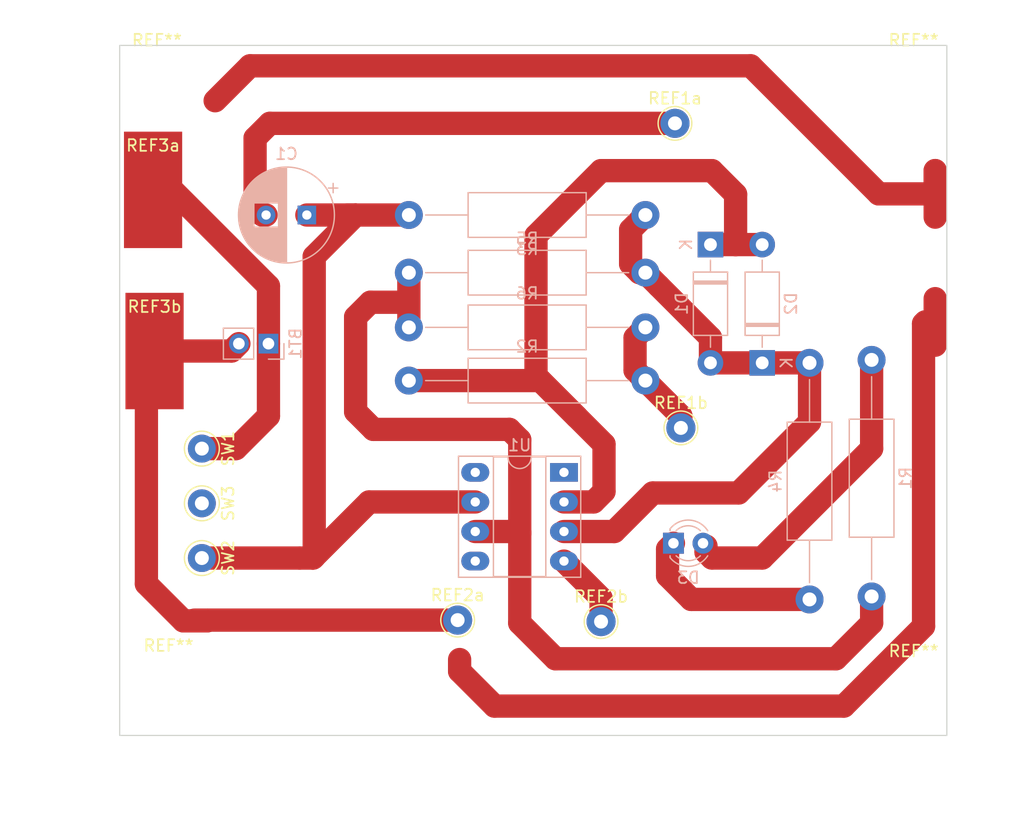
<source format=kicad_pcb>
(kicad_pcb (version 20211014) (generator pcbnew)
  (layers (0 "F.Cu" signal) (31 "B.Cu" signal) (34 "B.Paste" user) (35 "F.Paste" user) (36 "B.SilkS" user "B.Silkscreen") (37 "F.SilkS" user "F.Silkscreen") (38 "B.Mask" user) (39 "F.Mask" user) (44 "Edge.Cuts" user))
  (net 0 "")
  (net 1 "GND")
  (net 2 "Net-(R2-Pad1)")
  (net 3 "Net-(R2-Pad2)")
  (net 4 "Net-(R3-Pad2)")
  (net 5 "Net-(R4-Pad2)")
  (net 6 "Net-(R1-Pad2)")
  (net 7 "Net-(R1-Pad1)")
  (net 11 "Net-(SW1-Pad1)")
  (net 12 "Net-(SW2-Pad1)")
  (footprint "MountingHole:MountingHole_3.2mm_M3" (layer "F.Cu") (at 138 41)
    (fp_text reference "REF**" (at 0 -4.2) (layer "F.SilkS"))
    (fp_text value "MountingHole_3.2mm_M3")
    (pad "" np_thru_hole circle (at 0 0) (size 3.2 3.2) (drill 3.2) (layers F&B.Cu *.Mask))
  )
  (footprint "TestPoint:TestPoint_THTPad_D2.5mm_Drill1.2mm" (layer "F.Cu") (at 163.83 86.614)
    (fp_text reference "REF2a" (at 0 -2.148) (layer "F.SilkS"))
    (fp_text value "TestPoint_THTPad_D2.5mm_Drill1.2mm")
    (fp_circle (center 0 0) (end 0 1.45) (layer "F.SilkS") (width 0.12) (fill none))
    (pad "1" thru_hole circle (at 0 0) (size 2.5 2.5) (drill 1.2) (layers *.Cu *.Mask) (net 1 "GND"))
  )
  (footprint "Connector_Wire:SolderWirePad_1x01_SMD_5x10mm" (layer "F.Cu") (at 137.795 63.5)
    (fp_text reference "REF3b" (at 0 -3.81) (layer "F.SilkS"))
    (fp_text value "SolderWirePad_1x01_SMD_5x10mm")
    (pad "1" smd rect (at 0 0) (size 5 10) (layers "F.Cu" "F.Paste" "F.Mask") (net 1 "GND"))
  )
  (footprint "MountingHole:MountingHole_3.2mm_M3" (layer "F.Cu") (at 139 93)
    (fp_text reference "REF**" (at 0 -4.2) (layer "F.SilkS"))
    (fp_text value "MountingHole_3.2mm_M3")
    (pad "" np_thru_hole circle (at 0 0) (size 3.2 3.2) (drill 3.2) (layers F&B.Cu *.Mask))
  )
  (footprint "TestPoint:TestPoint_THTPad_D2.5mm_Drill1.2mm" (layer "F.Cu") (at 182.499 43.942)
    (fp_text reference "REF1a" (at 0 -2.148) (layer "F.SilkS"))
    (fp_text value "TestPoint_THTPad_D2.5mm_Drill1.2mm")
    (fp_circle (center 0 0) (end 0 1.45) (layer "F.SilkS") (width 0.12) (fill none))
    (pad "1" thru_hole circle (at 0 0) (size 2.5 2.5) (drill 1.2) (layers *.Cu *.Mask) (net 2 "Net-(R2-Pad1)"))
  )
  (footprint "TestPoint:TestPoint_THTPad_D2.5mm_Drill1.2mm" (layer "F.Cu") (at 183.007 70.104)
    (fp_text reference "REF1b" (at 0 -2.148) (layer "F.SilkS"))
    (fp_text value "TestPoint_THTPad_D2.5mm_Drill1.2mm")
    (fp_circle (center 0 0) (end 0 1.45) (layer "F.SilkS") (width 0.12) (fill none))
    (pad "1" thru_hole circle (at 0 0) (size 2.5 2.5) (drill 1.2) (layers *.Cu *.Mask) (net 2 "Net-(R2-Pad1)"))
  )
  (footprint "Connector_Pin:Pin_D1.0mm_L10.0mm_LooseFit" (layer "F.Cu") (at 141.859 76.582 90)
    (fp_text reference "SW3" (at 0 2.25 90) (layer "F.SilkS"))
    (fp_text value "Switch")
    (fp_circle (center 0 0) (end 1.5 0.05) (layer "F.SilkS") (width 0.12) (fill none))
    (pad "1" thru_hole circle (at 0 0 90) (size 2.4 2.4) (drill 1.2) (layers *.Cu *.Mask))
  )
  (footprint "MountingHole:MountingHole_3.2mm_M3" (layer "F.Cu") (at 203 93.472)
    (fp_text reference "REF**" (at 0 -4.2) (layer "F.SilkS"))
    (fp_text value "MountingHole_3.2mm_M3")
    (pad "" np_thru_hole circle (at 0 0) (size 3.2 3.2) (drill 3.2) (layers *.Cu *.Mask))
  )
  (footprint "Connector_Pin:Pin_D1.0mm_L10.0mm_LooseFit" (layer "F.Cu") (at 141.859 71.882 90)
    (fp_text reference "SW1" (at 0 2.25 90) (layer "F.SilkS"))
    (fp_text value "Switch")
    (fp_circle (center 0 0) (end 1.5 0.05) (layer "F.SilkS") (width 0.12) (fill none))
    (pad "1" thru_hole circle (at 0 0 90) (size 2.4 2.4) (drill 1.2) (layers *.Cu *.Mask) (net 11 "Net-(SW1-Pad1)"))
  )
  (footprint "Connector_Wire:SolderWirePad_1x01_SMD_5x10mm" (layer "F.Cu") (at 137.668 49.657)
    (fp_text reference "REF3a" (at 0 -3.81) (layer "F.SilkS"))
    (fp_text value "SolderWirePad_1x01_SMD_5x10mm")
    (pad "1" smd rect (at 0 0) (size 5 10) (layers "F.Cu" "F.Paste" "F.Mask") (net 11 "Net-(SW1-Pad1)"))
  )
  (footprint "Connector_Pin:Pin_D1.0mm_L10.0mm_LooseFit" (layer "F.Cu") (at 141.859 81.282 90)
    (fp_text reference "SW2" (at 0 2.25 90) (layer "F.SilkS"))
    (fp_text value "Switch")
    (fp_circle (center 0 0) (end 1.5 0.05) (layer "F.SilkS") (width 0.12) (fill none))
    (pad "1" thru_hole circle (at 0 0 90) (size 2.4 2.4) (drill 1.2) (layers *.Cu *.Mask) (net 12 "Net-(SW2-Pad1)"))
  )
  (footprint "TestPoint:TestPoint_THTPad_D2.5mm_Drill1.2mm" (layer "F.Cu") (at 176.149 86.741)
    (fp_text reference "REF2b" (at 0 -2.148) (layer "F.SilkS"))
    (fp_text value "TestPoint_THTPad_D2.5mm_Drill1.2mm")
    (fp_circle (center 0 0) (end 0 1.45) (layer "F.SilkS") (width 0.12) (fill none))
    (pad "1" thru_hole circle (at 0 0) (size 2.5 2.5) (drill 1.2) (layers *.Cu *.Mask) (net 1 "GND"))
  )
  (footprint "MountingHole:MountingHole_3.2mm_M3" (layer "F.Cu") (at 203 41)
    (fp_text reference "REF**" (at 0 -4.2) (layer "F.SilkS"))
    (fp_text value "MountingHole_3.2mm_M3")
    (pad "" np_thru_hole circle (at 0 0) (size 3.2 3.2) (drill 3.2) (layers F&B.Cu *.Mask))
  )
  (footprint "Connector_PinHeader_2.54mm:PinHeader_1x02_P2.54mm_Vertical" (layer "B.Cu") (at 147.579 62.865 90)
    (fp_text reference "BT1" (at 0 2.33 90) (layer "B.SilkS") (effects (justify mirror)))
    (fp_text value "Battery_Cell")
    (fp_line (start -1.33 -1.27) (end -1.33 -3.87) (layer "B.SilkS") (width 0.12))
    (fp_line (start -1.33 -1.27) (end 1.33 -1.27) (layer "B.SilkS") (width 0.12))
    (fp_line (start 1.33 -1.27) (end 1.33 -3.87) (layer "B.SilkS") (width 0.12))
    (fp_line (start -1.33 -3.87) (end 1.33 -3.87) (layer "B.SilkS") (width 0.12))
    (fp_line (start -1.33 1.33) (end 0 1.33) (layer "B.SilkS") (width 0.12))
    (fp_line (start -1.33 0) (end -1.33 1.33) (layer "B.SilkS") (width 0.12))
    (pad "1" thru_hole rect (at 0 0 90) (size 1.7 1.7) (drill 1) (layers *.Cu *.Mask) (net 11 "Net-(SW1-Pad1)"))
    (pad "2" thru_hole oval (at 0 -2.54 90) (size 1.7 1.7) (drill 1) (layers *.Cu *.Mask) (net 1 "GND"))
  )
  (footprint "LED_THT:LED_D3.0mm" (layer "B.Cu") (at 182.367 80.01)
    (fp_text reference "D3" (at 1.27 2.96) (layer "B.SilkS") (effects (justify mirror)))
    (fp_text value "LED")
    (fp_line (start -0.29 -1.08) (end -0.29 -1.236) (layer "B.SilkS") (width 0.12))
    (fp_line (start -0.29 1.236) (end -0.29 1.08) (layer "B.SilkS") (width 0.12))
    (fp_arc (start -0.29 -1.235516) (mid 1.366487 -1.987659) (end 2.942335 -1.078608) (layer "B.SilkS") (width 0.12))
    (fp_arc (start 0.229039 -1.08) (mid 1.270117 -1.5) (end 2.31113 -1.079837) (layer "B.SilkS") (width 0.12))
    (fp_arc (start 2.942335 1.078608) (mid 1.366487 1.987659) (end -0.29 1.235516) (layer "B.SilkS") (width 0.12))
    (fp_arc (start 2.31113 1.079837) (mid 1.270117 1.5) (end 0.229039 1.08) (layer "B.SilkS") (width 0.12))
    (pad "1" thru_hole rect (at 0 0) (size 1.8 1.8) (drill 0.9) (layers *.Cu *.Mask) (net 5 "Net-(R4-Pad2)"))
    (pad "2" thru_hole circle (at 2.54 0) (size 1.8 1.8) (drill 0.9) (layers *.Cu *.Mask) (net 6 "Net-(R1-Pad2)"))
  )
  (footprint "Package_DIP:DIP-8_W7.62mm_Socket_LongPads" (layer "B.Cu") (at 172.964 73.924 180)
    (fp_text reference "U1" (at 3.81 2.33) (layer "B.SilkS") (effects (justify mirror)))
    (fp_text value "LM741")
    (fp_line (start 6.06 1.33) (end 4.81 1.33) (layer "B.SilkS") (width 0.12))
    (fp_line (start 1.56 1.33) (end 1.56 -8.95) (layer "B.SilkS") (width 0.12))
    (fp_line (start -1.44 -9.01) (end 9.06 -9.01) (layer "B.SilkS") (width 0.12))
    (fp_line (start 2.81 1.33) (end 1.56 1.33) (layer "B.SilkS") (width 0.12))
    (fp_line (start 9.06 -9.01) (end 9.06 1.39) (layer "B.SilkS") (width 0.12))
    (fp_line (start -1.44 1.39) (end -1.44 -9.01) (layer "B.SilkS") (width 0.12))
    (fp_line (start 6.06 -8.95) (end 6.06 1.33) (layer "B.SilkS") (width 0.12))
    (fp_line (start 9.06 1.39) (end -1.44 1.39) (layer "B.SilkS") (width 0.12))
    (fp_line (start 1.56 -8.95) (end 6.06 -8.95) (layer "B.SilkS") (width 0.12))
    (fp_arc (start 2.81 1.33) (mid 3.81 0.33) (end 4.81 1.33) (layer "B.SilkS") (width 0.12))
    (pad "1" thru_hole rect (at 0 0 180) (size 2.4 1.6) (drill 0.8) (layers *.Cu *.Mask))
    (pad "2" thru_hole oval (at 0 -2.54 180) (size 2.4 1.6) (drill 0.8) (layers *.Cu *.Mask) (net 3 "Net-(R2-Pad2)"))
    (pad "3" thru_hole oval (at 0 -5.08 180) (size 2.4 1.6) (drill 0.8) (layers *.Cu *.Mask) (net 4 "Net-(R3-Pad2)"))
    (pad "4" thru_hole oval (at 0 -7.62 180) (size 2.4 1.6) (drill 0.8) (layers *.Cu *.Mask) (net 1 "GND"))
    (pad "5" thru_hole oval (at 7.62 -7.62 180) (size 2.4 1.6) (drill 0.8) (layers *.Cu *.Mask))
    (pad "6" thru_hole oval (at 7.62 -5.08 180) (size 2.4 1.6) (drill 0.8) (layers *.Cu *.Mask) (net 7 "Net-(R1-Pad1)"))
    (pad "7" thru_hole oval (at 7.62 -2.54 180) (size 2.4 1.6) (drill 0.8) (layers *.Cu *.Mask) (net 12 "Net-(SW2-Pad1)"))
    (pad "8" thru_hole oval (at 7.62 0 180) (size 2.4 1.6) (drill 0.8) (layers *.Cu *.Mask))
  )
  (footprint "Resistor_THT:R_Axial_DIN0411_L9.9mm_D3.6mm_P20.32mm_Horizontal" (layer "B.Cu") (at 179.959 61.468 180)
    (fp_text reference "R6" (at 10.16 2.92) (layer "B.SilkS") (effects (justify mirror)))
    (fp_text value "10k")
    (fp_line (start 5.09 -1.92) (end 15.23 -1.92) (layer "B.SilkS") (width 0.12))
    (fp_line (start 15.23 1.92) (end 5.09 1.92) (layer "B.SilkS") (width 0.12))
    (fp_line (start 1.44 0) (end 5.09 0) (layer "B.SilkS") (width 0.12))
    (fp_line (start 15.23 -1.92) (end 15.23 1.92) (layer "B.SilkS") (width 0.12))
    (fp_line (start 18.88 0) (end 15.23 0) (layer "B.SilkS") (width 0.12))
    (fp_line (start 5.09 1.92) (end 5.09 -1.92) (layer "B.SilkS") (width 0.12))
    (pad "1" thru_hole circle (at 0 0 180) (size 2.4 2.4) (drill 1.2) (layers *.Cu *.Mask) (net 2 "Net-(R2-Pad1)"))
    (pad "2" thru_hole oval (at 20.32 0 180) (size 2.4 2.4) (drill 1.2) (layers *.Cu *.Mask) (net 7 "Net-(R1-Pad1)"))
  )
  (footprint "Resistor_THT:R_Axial_DIN0411_L9.9mm_D3.6mm_P20.32mm_Horizontal" (layer "B.Cu") (at 194.056 64.516 -90)
    (fp_text reference "R4" (at 10.16 2.92 90) (layer "B.SilkS") (effects (justify mirror)))
    (fp_text value "10k")
    (fp_line (start 15.23 -1.92) (end 15.23 1.92) (layer "B.SilkS") (width 0.12))
    (fp_line (start 5.09 1.92) (end 5.09 -1.92) (layer "B.SilkS") (width 0.12))
    (fp_line (start 5.09 -1.92) (end 15.23 -1.92) (layer "B.SilkS") (width 0.12))
    (fp_line (start 18.88 0) (end 15.23 0) (layer "B.SilkS") (width 0.12))
    (fp_line (start 15.23 1.92) (end 5.09 1.92) (layer "B.SilkS") (width 0.12))
    (fp_line (start 1.44 0) (end 5.09 0) (layer "B.SilkS") (width 0.12))
    (pad "1" thru_hole circle (at 0 0 270) (size 2.4 2.4) (drill 1.2) (layers *.Cu *.Mask) (net 4 "Net-(R3-Pad2)"))
    (pad "2" thru_hole oval (at 20.32 0 270) (size 2.4 2.4) (drill 1.2) (layers *.Cu *.Mask) (net 5 "Net-(R4-Pad2)"))
  )
  (footprint "Diode_THT:D_DO-41_SOD81_P10.16mm_Horizontal" (layer "B.Cu") (at 185.547 54.356 -90)
    (fp_text reference "D1" (at 5.08 2.47 90) (layer "B.SilkS") (effects (justify mirror)))
    (fp_text value "1N4007")
    (fp_text user "K" (at 0 2.1 90) (layer "B.SilkS") (effects (justify mirror)))
    (fp_line (start 7.8 -1.47) (end 7.8 1.47) (layer "B.SilkS") (width 0.12))
    (fp_line (start 1.34 0) (end 2.36 0) (layer "B.SilkS") (width 0.12))
    (fp_line (start 2.36 1.47) (end 2.36 -1.47) (layer "B.SilkS") (width 0.12))
    (fp_line (start 3.26 1.47) (end 3.26 -1.47) (layer "B.SilkS") (width 0.12))
    (fp_line (start 8.82 0) (end 7.8 0) (layer "B.SilkS") (width 0.12))
    (fp_line (start 2.36 -1.47) (end 7.8 -1.47) (layer "B.SilkS") (width 0.12))
    (fp_line (start 3.14 1.47) (end 3.14 -1.47) (layer "B.SilkS") (width 0.12))
    (fp_line (start 3.38 1.47) (end 3.38 -1.47) (layer "B.SilkS") (width 0.12))
    (fp_line (start 7.8 1.47) (end 2.36 1.47) (layer "B.SilkS") (width 0.12))
    (pad "1" thru_hole rect (at 0 0 270) (size 2.2 2.2) (drill 1.1) (layers *.Cu *.Mask) (net 3 "Net-(R2-Pad2)"))
    (pad "2" thru_hole oval (at 10.16 0 270) (size 2.2 2.2) (drill 1.1) (layers *.Cu *.Mask) (net 4 "Net-(R3-Pad2)"))
  )
  (footprint "Resistor_THT:R_Axial_DIN0411_L9.9mm_D3.6mm_P20.32mm_Horizontal" (layer "B.Cu") (at 159.639 51.816)
    (fp_text reference "R3" (at 10.16 2.92) (layer "B.SilkS") (effects (justify mirror)))
    (fp_text value "10k")
    (fp_line (start 15.23 -1.92) (end 15.23 1.92) (layer "B.SilkS") (width 0.12))
    (fp_line (start 5.09 1.92) (end 5.09 -1.92) (layer "B.SilkS") (width 0.12))
    (fp_line (start 5.09 -1.92) (end 15.23 -1.92) (layer "B.SilkS") (width 0.12))
    (fp_line (start 18.88 0) (end 15.23 0) (layer "B.SilkS") (width 0.12))
    (fp_line (start 15.23 1.92) (end 5.09 1.92) (layer "B.SilkS") (width 0.12))
    (fp_line (start 1.44 0) (end 5.09 0) (layer "B.SilkS") (width 0.12))
    (pad "1" thru_hole circle (at 0 0) (size 2.4 2.4) (drill 1.2) (layers *.Cu *.Mask) (net 12 "Net-(SW2-Pad1)"))
    (pad "2" thru_hole oval (at 20.32 0) (size 2.4 2.4) (drill 1.2) (layers *.Cu *.Mask) (net 4 "Net-(R3-Pad2)"))
  )
  (footprint "Resistor_THT:R_Axial_DIN0411_L9.9mm_D3.6mm_P20.32mm_Horizontal" (layer "B.Cu") (at 179.959 66.04 180)
    (fp_text reference "R2" (at 10.16 2.92) (layer "B.SilkS") (effects (justify mirror)))
    (fp_text value "10k")
    (fp_line (start 5.09 1.92) (end 5.09 -1.92) (layer "B.SilkS") (width 0.12))
    (fp_line (start 18.88 0) (end 15.23 0) (layer "B.SilkS") (width 0.12))
    (fp_line (start 15.23 -1.92) (end 15.23 1.92) (layer "B.SilkS") (width 0.12))
    (fp_line (start 1.44 0) (end 5.09 0) (layer "B.SilkS") (width 0.12))
    (fp_line (start 15.23 1.92) (end 5.09 1.92) (layer "B.SilkS") (width 0.12))
    (fp_line (start 5.09 -1.92) (end 15.23 -1.92) (layer "B.SilkS") (width 0.12))
    (pad "1" thru_hole circle (at 0 0 180) (size 2.4 2.4) (drill 1.2) (layers *.Cu *.Mask) (net 2 "Net-(R2-Pad1)"))
    (pad "2" thru_hole oval (at 20.32 0 180) (size 2.4 2.4) (drill 1.2) (layers *.Cu *.Mask) (net 3 "Net-(R2-Pad2)"))
  )
  (footprint "Diode_THT:D_DO-41_SOD81_P10.16mm_Horizontal" (layer "B.Cu") (at 189.992 64.516 90)
    (fp_text reference "D2" (at 5.08 2.47 90) (layer "B.SilkS") (effects (justify mirror)))
    (fp_text value "1N4007")
    (fp_text user "K" (at 0 2.1 90) (layer "B.SilkS") (effects (justify mirror)))
    (fp_line (start 3.38 1.47) (end 3.38 -1.47) (layer "B.SilkS") (width 0.12))
    (fp_line (start 3.14 1.47) (end 3.14 -1.47) (layer "B.SilkS") (width 0.12))
    (fp_line (start 3.26 1.47) (end 3.26 -1.47) (layer "B.SilkS") (width 0.12))
    (fp_line (start 7.8 1.47) (end 2.36 1.47) (layer "B.SilkS") (width 0.12))
    (fp_line (start 8.82 0) (end 7.8 0) (layer "B.SilkS") (width 0.12))
    (fp_line (start 2.36 -1.47) (end 7.8 -1.47) (layer "B.SilkS") (width 0.12))
    (fp_line (start 1.34 0) (end 2.36 0) (layer "B.SilkS") (width 0.12))
    (fp_line (start 7.8 -1.47) (end 7.8 1.47) (layer "B.SilkS") (width 0.12))
    (fp_line (start 2.36 1.47) (end 2.36 -1.47) (layer "B.SilkS") (width 0.12))
    (pad "1" thru_hole rect (at 0 0 90) (size 2.2 2.2) (drill 1.1) (layers *.Cu *.Mask) (net 4 "Net-(R3-Pad2)"))
    (pad "2" thru_hole oval (at 10.16 0 90) (size 2.2 2.2) (drill 1.1) (layers *.Cu *.Mask) (net 3 "Net-(R2-Pad2)"))
  )
  (footprint "Resistor_THT:R_Axial_DIN0411_L9.9mm_D3.6mm_P20.32mm_Horizontal" (layer "B.Cu") (at 199.39 84.582 90)
    (fp_text reference "R1" (at 10.16 2.92 90) (layer "B.SilkS") (effects (justify mirror)))
    (fp_text value "1k")
    (fp_line (start 5.09 -1.92) (end 15.23 -1.92) (layer "B.SilkS") (width 0.12))
    (fp_line (start 1.44 0) (end 5.09 0) (layer "B.SilkS") (width 0.12))
    (fp_line (start 15.23 1.92) (end 5.09 1.92) (layer "B.SilkS") (width 0.12))
    (fp_line (start 18.88 0) (end 15.23 0) (layer "B.SilkS") (width 0.12))
    (fp_line (start 5.09 1.92) (end 5.09 -1.92) (layer "B.SilkS") (width 0.12))
    (fp_line (start 15.23 -1.92) (end 15.23 1.92) (layer "B.SilkS") (width 0.12))
    (pad "1" thru_hole circle (at 0 0 90) (size 2.4 2.4) (drill 1.2) (layers *.Cu *.Mask) (net 7 "Net-(R1-Pad1)"))
    (pad "2" thru_hole oval (at 20.32 0 90) (size 2.4 2.4) (drill 1.2) (layers *.Cu *.Mask) (net 6 "Net-(R1-Pad2)"))
  )
  (footprint "Capacitor_THT:CP_Radial_D8.0mm_P3.50mm" (layer "B.Cu") (at 150.876 51.816 180)
    (fp_text reference "C1" (at 1.75 5.25) (layer "B.SilkS") (effects (justify mirror)))
    (fp_text value "C")
    (fp_line (start 3.751 -1.04) (end 3.751 -3.562) (layer "B.SilkS") (width 0.12))
    (fp_line (start 4.271 -1.04) (end 4.271 -3.22) (layer "B.SilkS") (width 0.12))
    (fp_line (start 3.671 -1.04) (end 3.671 -3.606) (layer "B.SilkS") (width 0.12))
    (fp_line (start 2.991 3.889) (end 2.991 1.04) (layer "B.SilkS") (width 0.12))
    (fp_line (start 5.831 0.533) (end 5.831 -0.533) (layer "B.SilkS") (width 0.12))
    (fp_line (start 3.471 -1.04) (end 3.471 -3.704) (layer "B.SilkS") (width 0.12))
    (fp_line (start 4.311 3.189) (end 4.311 1.04) (layer "B.SilkS") (width 0.12))
    (fp_line (start 4.151 3.309) (end 4.151 1.04) (layer "B.SilkS") (width 0.12))
    (fp_line (start 1.75 4.08) (end 1.75 -4.08) (layer "B.SilkS") (width 0.12))
    (fp_line (start 4.911 2.604) (end 4.911 -2.604) (layer "B.SilkS") (width 0.12))
    (fp_line (start 2.471 4.017) (end 2.471 1.04) (layer "B.SilkS") (width 0.12))
    (fp_line (start 4.351 3.156) (end 4.351 1.04) (layer "B.SilkS") (width 0.12))
    (fp_line (start 2.871 3.925) (end 2.871 1.04) (layer "B.SilkS") (width 0.12))
    (fp_line (start 2.631 -1.04) (end 2.631 -3.985) (layer "B.SilkS") (width 0.12))
    (fp_line (start 3.671 3.606) (end 3.671 1.04) (layer "B.SilkS") (width 0.12))
    (fp_line (start 4.071 3.365) (end 4.071 1.04) (layer "B.SilkS") (width 0.12))
    (fp_line (start 2.911 3.914) (end 2.911 1.04) (layer "B.SilkS") (width 0.12))
    (fp_line (start 3.471 3.704) (end 3.471 1.04) (layer "B.SilkS") (width 0.12))
    (fp_line (start 2.511 4.01) (end 2.511 1.04) (layer "B.SilkS") (width 0.12))
    (fp_line (start 4.191 -1.04) (end 4.191 -3.28) (layer "B.SilkS") (width 0.12))
    (fp_line (start 3.711 -1.04) (end 3.711 -3.584) (layer "B.SilkS") (width 0.12))
    (fp_line (start 2.43 4.024) (end 2.43 -4.024) (layer "B.SilkS") (width 0.12))
    (fp_line (start 4.671 2.867) (end 4.671 -2.867) (layer "B.SilkS") (width 0.12))
    (fp_line (start 5.071 2.4) (end 5.071 -2.4) (layer "B.SilkS") (width 0.12))
    (fp_line (start 5.431 1.813) (end 5.431 -1.813) (layer "B.SilkS") (width 0.12))
    (fp_line (start 5.471 1.731) (end 5.471 -1.731) (layer "B.SilkS") (width 0.12))
    (fp_line (start 5.591 1.453) (end 5.591 -1.453) (layer "B.SilkS") (width 0.12))
    (fp_line (start 4.471 -1.04) (end 4.471 -3.055) (layer "B.SilkS") (width 0.12))
    (fp_line (start 2.35 4.037) (end 2.35 -4.037) (layer "B.SilkS") (width 0.12))
    (fp_line (start 2.631 3.985) (end 2.631 1.04) (layer "B.SilkS") (width 0.12))
    (fp_line (start 3.191 -1.04) (end 3.191 -3.821) (layer "B.SilkS") (width 0.12))
    (fp_line (start 3.031 -1.04) (end 3.031 -3.877) (layer "B.SilkS") (width 0.12))
    (fp_line (start 4.511 3.019) (end 4.511 1.04) (layer "B.SilkS") (width 0.12))
    (fp_line (start 3.231 -1.04) (end 3.231 -3.805) (layer "B.SilkS") (width 0.12))
    (fp_line (start 2.911 -1.04) (end 2.911 -3.914) (layer "B.SilkS") (width 0.12))
    (fp_line (start 4.751 2.784) (end 4.751 -2.784) (layer "B.SilkS") (width 0.12))
    (fp_line (start 5.751 0.948) (end 5.751 -0.948) (layer "B.SilkS") (width 0.12))
    (fp_line (start 3.151 3.835) (end 3.151 1.04) (layer "B.SilkS") (width 0.12))
    (fp_line (start 5.031 2.454) (end 5.031 -2.454) (layer "B.SilkS") (width 0.12))
    (fp_line (start 4.111 -1.04) (end 4.111 -3.338) (layer "B.SilkS") (width 0.12))
    (fp_line (start 4.031 -1.04) (end 4.031 -3.392) (layer "B.SilkS") (width 0.12))
    (fp_line (start 3.031 3.877) (end 3.031 1.04) (layer "B.SilkS") (width 0.12))
    (fp_line (start 3.071 3.863) (end 3.071 1.04) (layer "B.SilkS") (width 0.12))
    (fp_line (start 3.391 3.74) (end 3.391 1.04) (layer "B.SilkS") (width 0.12))
    (fp_line (start 3.071 -1.04) (end 3.071 -3.863) (layer "B.SilkS") (width 0.12))
    (fp_line (start 4.271 3.22) (end 4.271 1.04) (layer "B.SilkS") (width 0.12))
    (fp_line (start 4.191 3.28) (end 4.191 1.04) (layer "B.SilkS") (width 0.12))
    (fp_line (start 3.511 3.686) (end 3.511 1.04) (layer "B.SilkS") (width 0.12))
    (fp_line (start -2.259698 2.715) (end -2.259698 1.915) (layer "B.SilkS") (width 0.12))
    (fp_line (start 4.871 2.651) (end 4.871 -2.651) (layer "B.SilkS") (width 0.12))
    (fp_line (start 3.911 3.469) (end 3.911 1.04) (layer "B.SilkS") (width 0.12))
    (fp_line (start 2.951 3.902) (end 2.951 1.04) (layer "B.SilkS") (width 0.12))
    (fp_line (start 2.11 4.065) (end 2.11 -4.065) (layer "B.SilkS") (width 0.12))
    (fp_line (start 3.551 3.666) (end 3.551 1.04) (layer "B.SilkS") (width 0.12))
    (fp_line (start 4.351 -1.04) (end 4.351 -3.156) (layer "B.SilkS") (width 0.12))
    (fp_line (start 4.591 2.945) (end 4.591 -2.945) (layer "B.SilkS") (width 0.12))
    (fp_line (start 5.791 0.768) (end 5.791 -0.768) (layer "B.SilkS") (width 0.12))
    (fp_line (start 3.311 -1.04) (end 3.311 -3.774) (layer "B.SilkS") (width 0.12))
    (fp_line (start 5.231 2.166) (end 5.231 -2.166) (layer "B.SilkS") (width 0.12))
    (fp_line (start 3.951 -1.04) (end 3.951 -3.444) (layer "B.SilkS") (width 0.12))
    (fp_line (start 2.15 4.061) (end 2.15 -4.061) (layer "B.SilkS") (width 0.12))
    (fp_line (start 4.311 -1.04) (end 4.311 -3.189) (layer "B.SilkS") (width 0.12))
    (fp_line (start 2.39 4.03) (end 2.39 -4.03) (layer "B.SilkS") (width 0.12))
    (fp_line (start 4.791 2.741) (end 4.791 -2.741) (layer "B.SilkS") (width 0.12))
    (fp_line (start 2.31 4.042) (end 2.31 -4.042) (layer "B.SilkS") (width 0.12))
    (fp_line (start 1.99 4.074) (end 1.99 -4.074) (layer "B.SilkS") (width 0.12))
    (fp_line (start 5.151 2.287) (end 5.151 -2.287) (layer "B.SilkS") (width 0.12))
    (fp_line (start 2.07 4.068) (end 2.07 -4.068) (layer "B.SilkS") (width 0.12))
    (fp_line (start 3.831 3.517) (end 3.831 1.04) (layer "B.SilkS") (width 0.12))
    (fp_line (start 3.111 3.85) (end 3.111 1.04) (layer "B.SilkS") (width 0.12))
    (fp_line (start 2.711 -1.04) (end 2.711 -3.967) (layer "B.SilkS") (width 0.12))
    (fp_line (start 5.391 1.89) (end 5.391 -1.89) (layer "B.SilkS") (width 0.12))
    (fp_line (start 3.591 3.647) (end 3.591 1.04) (layer "B.SilkS") (width 0.12))
    (fp_line (start -2.659698 2.315) (end -1.859698 2.315) (layer "B.SilkS") (width 0.12))
    (fp_line (start 3.991 -1.04) (end 3.991 -3.418) (layer "B.SilkS") (width 0.12))
    (fp_line (start 4.231 3.25) (end 4.231 1.04) (layer "B.SilkS") (width 0.12))
    (fp_line (start 2.471 -1.04) (end 2.471 -4.017) (layer "B.SilkS") (width 0.12))
    (fp_line (start 3.911 -1.04) (end 3.911 -3.469) (layer "B.SilkS") (width 0.12))
    (fp_line (start 2.991 -1.04) (end 2.991 -3.889) (layer "B.SilkS") (width 0.12))
    (fp_line (start 2.951 -1.04) (end 2.951 -3.902) (layer "B.SilkS") (width 0.12))
    (fp_line (start 2.591 -1.04) (end 2.591 -3.994) (layer "B.SilkS") (width 0.12))
    (fp_line (start 3.431 -1.04) (end 3.431 -3.722) (layer "B.SilkS") (width 0.12))
    (fp_line (start 2.19 4.057) (end 2.19 -4.057) (layer "B.SilkS") (width 0.12))
    (fp_line (start 4.391 3.124) (end 4.391 1.04) (layer "B.SilkS") (width 0.12))
    (fp_line (start 4.511 -1.04) (end 4.511 -3.019) (layer "B.SilkS") (width 0.12))
    (fp_line (start 3.311 3.774) (end 3.311 1.04) (layer "B.SilkS") (width 0.12))
    (fp_line (start 2.831 3.936) (end 2.831 1.04) (layer "B.SilkS") (width 0.12))
    (fp_line (start 3.751 3.562) (end 3.751 1.04) (layer "B.SilkS") (width 0.12))
    (fp_line (start 2.791 3.947) (end 2.791 1.04) (layer "B.SilkS") (width 0.12))
    (fp_line (start 3.551 -1.04) (end 3.551 -3.666) (layer "B.SilkS") (width 0.12))
    (fp_line (start 2.791 -1.04) (end 2.791 -3.947) (layer "B.SilkS") (width 0.12))
    (fp_line (start 1.91 4.077) (end 1.91 -4.077) (layer "B.SilkS") (width 0.12))
    (fp_line (start 5.551 1.552) (end 5.551 -1.552) (layer "B.SilkS") (width 0.12))
    (fp_line (start 4.951 2.556) (end 4.951 -2.556) (layer "B.SilkS") (width 0.12))
    (fp_line (start 3.151 -1.04) (end 3.151 -3.835) (layer "B.SilkS") (width 0.12))
    (fp_line (start 4.711 2.826) (end 4.711 -2.826) (layer "B.SilkS") (width 0.12))
    (fp_line (start 2.711 3.967) (end 2.711 1.04) (layer "B.SilkS") (width 0.12))
    (fp_line (start 4.111 3.338) (end 4.111 1.04) (layer "B.SilkS") (width 0.12))
    (fp_line (start 1.87 4.079) (end 1.87 -4.079) (layer "B.SilkS") (width 0.12))
    (fp_line (start 3.951 3.444) (end 3.951 1.04) (layer "B.SilkS") (width 0.12))
    (fp_line (start 2.831 -1.04) (end 2.831 -3.936) (layer "B.SilkS") (width 0.12))
    (fp_line (start 1.79 4.08) (end 1.79 -4.08) (layer "B.SilkS") (width 0.12))
    (fp_line (start 2.551 -1.04) (end 2.551 -4.002) (layer "B.SilkS") (width 0.12))
    (fp_line (start 5.191 2.228) (end 5.191 -2.228) (layer "B.SilkS") (width 0.12))
    (fp_line (start 3.791 -1.04) (end 3.791 -3.54) (layer "B.SilkS") (width 0.12))
    (fp_line (start 4.071 -1.04) (end 4.071 -3.365) (layer "B.SilkS") (width 0.12))
    (fp_line (start 4.631 2.907) (end 4.631 -2.907) (layer "B.SilkS") (width 0.12))
    (fp_line (start 3.391 -1.04) (end 3.391 -3.74) (layer "B.SilkS") (width 0.12))
    (fp_line (start 5.311 2.034) (end 5.311 -2.034) (layer "B.SilkS") (width 0.12))
    (fp_line (start 2.23 4.052) (end 2.23 -4.052) (layer "B.SilkS") (width 0.12))
    (fp_line (start 3.271 3.79) (end 3.271 1.04) (layer "B.SilkS") (width 0.12))
    (fp_line (start 5.671 1.229) (end 5.671 -1.229) (layer "B.SilkS") (width 0.12))
    (fp_line (start 3.711 3.584) (end 3.711 1.04) (layer "B.SilkS") (width 0.12))
    (fp_line (start 2.511 -1.04) (end 2.511 -4.01) (layer "B.SilkS") (width 0.12))
    (fp_line (start 3.231 3.805) (end 3.231 1.04) (layer "B.SilkS") (width 0.12))
    (fp_line (start 4.831 2.697) (end 4.831 -2.697) (layer "B.SilkS") (width 0.12))
    (fp_line (start 3.191 3.821) (end 3.191 1.04) (layer "B.SilkS") (width 0.12))
    (fp_line (start 3.271 -1.04) (end 3.271 -3.79) (layer "B.SilkS") (width 0.12))
    (fp_line (start 5.271 2.102) (end 5.271 -2.102) (layer "B.SilkS") (width 0.12))
    (fp_line (start 1.95 4.076) (end 1.95 -4.076) (layer "B.SilkS") (width 0.12))
    (fp_line (start 4.391 -1.04) (end 4.391 -3.124) (layer "B.SilkS") (width 0.12))
    (fp_line (start 5.111 2.345) (end 5.111 -2.345) (layer "B.SilkS") (width 0.12))
    (fp_line (start 4.431 -1.04) (end 4.431 -3.09) (layer "B.SilkS") (width 0.12))
    (fp_line (start 3.871 -1.04) (end 3.871 -3.493) (layer "B.SilkS") (width 0.12))
    (fp_line (start 3.631 -1.04) (end 3.631 -3.627) (layer "B.SilkS") (width 0.12))
    (fp_line (start 3.791 3.54) (end 3.791 1.04) (layer "B.SilkS") (width 0.12))
    (fp_line (start 4.231 -1.04) (end 4.231 -3.25) (layer "B.SilkS") (width 0.12))
    (fp_line (start 4.471 3.055) (end 4.471 1.04) (layer "B.SilkS") (width 0.12))
    (fp_line (start 2.03 4.071) (end 2.03 -4.071) (layer "B.SilkS") (width 0.12))
    (fp_line (start 3.631 3.627) (end 3.631 1.04) (layer "B.SilkS") (width 0.12))
    (fp_line (start 2.591 3.994) (end 2.591 1.04) (layer "B.SilkS") (width 0.12))
    (fp_line (start 3.991 3.418) (end 3.991 1.04) (layer "B.SilkS") (width 0.12))
    (fp_line (start 2.751 3.957) (end 2.751 1.04) (layer "B.SilkS") (width 0.12))
    (fp_line (start 2.671 3.976) (end 2.671 1.04) (layer "B.SilkS") (width 0.12))
    (fp_line (start 5.711 1.098) (end 5.711 -1.098) (layer "B.SilkS") (width 0.12))
    (fp_line (start 3.111 -1.04) (end 3.111 -3.85) (layer "B.SilkS") (width 0.12))
    (fp_line (start 2.671 -1.04) (end 2.671 -3.976) (layer "B.SilkS") (width 0.12))
    (fp_line (start 3.351 -1.04) (end 3.351 -3.757) (layer "B.SilkS") (width 0.12))
    (fp_line (start 3.591 -1.04) (end 3.591 -3.647) (layer "B.SilkS") (width 0.12))
    (fp_line (start 2.551 4.002) (end 2.551 1.04) (layer "B.SilkS") (width 0.12))
    (fp_line (start 3.511 -1.04) (end 3.511 -3.686) (layer "B.SilkS") (width 0.12))
    (fp_line (start 3.431 3.722) (end 3.431 1.04) (layer "B.SilkS") (width 0.12))
    (fp_line (start 5.631 1.346) (end 5.631 -1.346) (layer "B.SilkS") (width 0.12))
    (fp_line (start 3.871 3.493) (end 3.871 1.04) (layer "B.SilkS") (width 0.12))
    (fp_line (start 5.351 1.964) (end 5.351 -1.964) (layer "B.SilkS") (width 0.12))
    (fp_line (start 4.991 2.505) (end 4.991 -2.505) (layer "B.SilkS") (width 0.12))
    (fp_line (start 3.831 -1.04) (end 3.831 -3.517) (layer "B.SilkS") (width 0.12))
    (fp_line (start 5.511 1.645) (end 5.511 -1.645) (layer "B.SilkS") (width 0.12))
    (fp_line (start 4.151 -1.04) (end 4.151 -3.309) (layer "B.SilkS") (width 0.12))
    (fp_line (start 2.751 -1.04) (end 2.751 -3.957) (layer "B.SilkS") (width 0.12))
    (fp_line (start 4.431 3.09) (end 4.431 1.04) (layer "B.SilkS") (width 0.12))
    (fp_line (start 3.351 3.757) (end 3.351 1.04) (layer "B.SilkS") (width 0.12))
    (fp_line (start 2.871 -1.04) (end 2.871 -3.925) (layer "B.SilkS") (width 0.12))
    (fp_line (start 1.83 4.08) (end 1.83 -4.08) (layer "B.SilkS") (width 0.12))
    (fp_line (start 2.27 4.048) (end 2.27 -4.048) (layer "B.SilkS") (width 0.12))
    (fp_line (start 4.031 3.392) (end 4.031 1.04) (layer "B.SilkS") (width 0.12))
    (fp_line (start 4.551 2.983) (end 4.551 -2.983) (layer "B.SilkS") (width 0.12))
    (fp_circle (center 1.75 0) (end 5.87 0) (layer "B.SilkS") (width 0.12) (fill none))
    (pad "1" thru_hole rect (at 0 0 180) (size 1.6 1.6) (drill 0.8) (layers *.Cu *.Mask) (net 12 "Net-(SW2-Pad1)"))
    (pad "2" thru_hole circle (at 3.5 0 180) (size 1.6 1.6) (drill 0.8) (layers *.Cu *.Mask) (net 2 "Net-(R2-Pad1)"))
  )
  (footprint "Resistor_THT:R_Axial_DIN0411_L9.9mm_D3.6mm_P20.32mm_Horizontal" (layer "B.Cu") (at 179.959 56.769 180)
    (fp_text reference "R5" (at 10.16 2.92) (layer "B.SilkS") (effects (justify mirror)))
    (fp_text value "4.7k")
    (fp_line (start 5.09 1.92) (end 5.09 -1.92) (layer "B.SilkS") (width 0.12))
    (fp_line (start 18.88 0) (end 15.23 0) (layer "B.SilkS") (width 0.12))
    (fp_line (start 1.44 0) (end 5.09 0) (layer "B.SilkS") (width 0.12))
    (fp_line (start 15.23 1.92) (end 5.09 1.92) (layer "B.SilkS") (width 0.12))
    (fp_line (start 5.09 -1.92) (end 15.23 -1.92) (layer "B.SilkS") (width 0.12))
    (fp_line (start 15.23 -1.92) (end 15.23 1.92) (layer "B.SilkS") (width 0.12))
    (pad "1" thru_hole circle (at 0 0 180) (size 2.4 2.4) (drill 1.2) (layers *.Cu *.Mask) (net 4 "Net-(R3-Pad2)"))
    (pad "2" thru_hole oval (at 20.32 0 180) (size 2.4 2.4) (drill 1.2) (layers *.Cu *.Mask) (net 7 "Net-(R1-Pad1)"))
  )
  (gr_rect (start 134.799 37.249) (end 205.851 96.52) (layer "Edge.Cuts") (width 0.1) (fill none))
  (segment (start 204.851 61) (end 204.851 63) (width 2) (layer "F.Cu") (net 0))
  (segment (start 197 94) (end 203.851 87.149) (width 2) (layer "F.Cu") (net 0))
  (segment (start 203.851 61.149) (end 204 61) (width 2) (layer "F.Cu") (net 0))
  (segment (start 164 91) (end 167 94) (width 2) (layer "F.Cu") (net 0))
  (segment (start 203.851 87.149) (end 203.851 61.149) (width 2) (layer "F.Cu") (net 0))
  (segment (start 164 90) (end 164 91) (width 2) (layer "F.Cu") (net 0))
  (segment (start 204.851 61) (end 204.851 59) (width 2) (layer "F.Cu") (net 0))
  (segment (start 167 94) (end 197 94) (width 2) (layer "F.Cu") (net 0))
  (segment (start 204 61) (end 204.851 61) (width 2) (layer "F.Cu") (net 0))
  (segment (start 141.224 86.614) (end 142.367 86.614) (width 2) (layer "F.Cu") (net 1))
  (segment (start 176.149 84.729) (end 172.964 81.544) (width 2) (layer "F.Cu") (net 1))
  (segment (start 144.404 63.5) (end 145.039 62.865) (width 2) (layer "F.Cu") (net 1))
  (segment (start 140.2715 86.6775) (end 142.3035 86.6775) (width 2) (layer "F.Cu") (net 1))
  (segment (start 137.0965 67.6275) (end 137.0965 83.5025) (width 2) (layer "F.Cu") (net 1))
  (segment (start 142.3035 86.6775) (end 142.367 86.614) (width 2) (layer "F.Cu") (net 1))
  (segment (start 137.795 63.5) (end 144.404 63.5) (width 2) (layer "F.Cu") (net 1))
  (segment (start 137.0965 83.5025) (end 140.2715 86.6775) (width 2) (layer "F.Cu") (net 1))
  (segment (start 137.795 63.5) (end 137.795 66.167) (width 2) (layer "F.Cu") (net 1))
  (segment (start 176.149 86.741) (end 176.149 84.729) (width 2) (layer "F.Cu") (net 1))
  (segment (start 142.367 86.614) (end 163.83 86.614) (width 2) (layer "F.Cu") (net 1))
  (segment (start 183.007 70.104) (end 183.007 69.088) (width 2) (layer "F.Cu") (net 2))
  (segment (start 183.007 69.088) (end 179.959 66.04) (width 2) (layer "F.Cu") (net 2))
  (segment (start 147.701 43.942) (end 146.431 45.212) (width 2) (layer "F.Cu") (net 2))
  (segment (start 179.07 62.357) (end 179.07 65.151) (width 2) (layer "F.Cu") (net 2))
  (segment (start 147.066 51.816) (end 147.376 51.816) (width 2) (layer "F.Cu") (net 2))
  (segment (start 182.499 43.942) (end 147.701 43.942) (width 2) (layer "F.Cu") (net 2))
  (segment (start 179.959 61.468) (end 179.07 62.357) (width 2) (layer "F.Cu") (net 2))
  (segment (start 146.431 51.181) (end 147.066 51.816) (width 2) (layer "F.Cu") (net 2))
  (segment (start 179.07 65.151) (end 179.959 66.04) (width 2) (layer "F.Cu") (net 2))
  (segment (start 146.431 45.212) (end 146.431 51.181) (width 2) (layer "F.Cu") (net 2))
  (segment (start 159.639 66.04) (end 170.942 66.04) (width 2) (layer "F.Cu") (net 3))
  (segment (start 174.0535 69.1515) (end 170.561 65.659) (width 2) (layer "F.Cu") (net 3))
  (segment (start 170.561 53.594) (end 176.149 48.006) (width 2) (layer "F.Cu") (net 3))
  (segment (start 189.992 54.356) (end 187.706 54.356) (width 2) (layer "F.Cu") (net 3))
  (segment (start 185.674 48.006) (end 187.706 50.038) (width 2) (layer "F.Cu") (net 3))
  (segment (start 176.403 71.501) (end 176.403 75.565) (width 2) (layer "F.Cu") (net 3))
  (segment (start 170.561 65.659) (end 170.561 53.594) (width 2) (layer "F.Cu") (net 3))
  (segment (start 170.942 66.04) (end 174.0535 69.1515) (width 2) (layer "F.Cu") (net 3))
  (segment (start 175.504 76.464) (end 172.964 76.464) (width 2) (layer "F.Cu") (net 3))
  (segment (start 187.706 50.038) (end 187.706 54.356) (width 2) (layer "F.Cu") (net 3))
  (segment (start 187.706 54.356) (end 185.547 54.356) (width 2) (layer "F.Cu") (net 3))
  (segment (start 176.403 75.565) (end 175.504 76.464) (width 2) (layer "F.Cu") (net 3))
  (segment (start 176.149 48.006) (end 185.674 48.006) (width 2) (layer "F.Cu") (net 3))
  (segment (start 174.0535 69.1515) (end 176.403 71.501) (width 2) (layer "F.Cu") (net 3))
  (segment (start 179.959 51.816) (end 178.689 53.086) (width 2) (layer "F.Cu") (net 4))
  (segment (start 185.547 64.516) (end 189.992 64.516) (width 2) (layer "F.Cu") (net 4))
  (segment (start 185.547 62.357) (end 185.547 64.516) (width 2) (layer "F.Cu") (net 4))
  (segment (start 194.056 69.596) (end 187.96 75.692) (width 2) (layer "F.Cu") (net 4))
  (segment (start 194.056 64.516) (end 189.992 64.516) (width 2) (layer "F.Cu") (net 4))
  (segment (start 181.102 57.912) (end 185.547 62.357) (width 2) (layer "F.Cu") (net 4))
  (segment (start 178.689 53.086) (end 178.689 56.007) (width 2) (layer "F.Cu") (net 4))
  (segment (start 194.056 64.516) (end 194.056 69.596) (width 2) (layer "F.Cu") (net 4))
  (segment (start 180.594 75.692) (end 177.282 79.004) (width 2) (layer "F.Cu") (net 4))
  (segment (start 179.451 56.769) (end 179.959 56.769) (width 2) (layer "F.Cu") (net 4))
  (segment (start 178.689 56.007) (end 179.451 56.769) (width 2) (layer "F.Cu") (net 4))
  (segment (start 177.282 79.004) (end 172.964 79.004) (width 2) (layer "F.Cu") (net 4))
  (segment (start 187.96 75.692) (end 180.594 75.692) (width 2) (layer "F.Cu") (net 4))
  (segment (start 179.959 56.769) (end 181.102 57.912) (width 2) (layer "F.Cu") (net 4))
  (segment (start 183.896 84.836) (end 181.864 82.804) (width 2) (layer "F.Cu") (net 5))
  (segment (start 181.864 82.804) (end 181.864 80.513) (width 2) (layer "F.Cu") (net 5))
  (segment (start 181.864 80.513) (end 182.367 80.01) (width 2) (layer "F.Cu") (net 5))
  (segment (start 194.056 84.836) (end 183.896 84.836) (width 2) (layer "F.Cu") (net 5))
  (segment (start 199.39 64.262) (end 199.39 71.882) (width 2) (layer "F.Cu") (net 6))
  (segment (start 185.674 81.28) (end 185.166 80.772) (width 2) (layer "F.Cu") (net 6))
  (segment (start 199.39 71.882) (end 189.992 81.28) (width 2) (layer "F.Cu") (net 6))
  (segment (start 185.166 80.772) (end 185.166 80.259) (width 2) (layer "F.Cu") (net 6))
  (segment (start 189.992 81.28) (end 185.674 81.28) (width 2) (layer "F.Cu") (net 6))
  (segment (start 169.164 79.121) (end 169.164 86.868) (width 2) (layer "F.Cu") (net 7))
  (segment (start 155.067 68.707) (end 156.591 70.231) (width 2) (layer "F.Cu") (net 7))
  (segment (start 155.067 60.579) (end 155.067 68.707) (width 2) (layer "F.Cu") (net 7))
  (segment (start 159.639 56.769) (end 159.639 59.309) (width 2) (layer "F.Cu") (net 7))
  (segment (start 169.164 86.868) (end 172.228 89.932) (width 2) (layer "F.Cu") (net 7))
  (segment (start 159.639 59.309) (end 159.639 61.468) (width 2) (layer "F.Cu") (net 7))
  (segment (start 199.39 86.868) (end 199.39 84.582) (width 2) (layer "F.Cu") (net 7))
  (segment (start 169.047 79.004) (end 169.164 79.121) (width 2) (layer "F.Cu") (net 7))
  (segment (start 156.591 70.231) (end 168.275 70.231) (width 2) (layer "F.Cu") (net 7))
  (segment (start 196.326 89.932) (end 199.39 86.868) (width 2) (layer "F.Cu") (net 7))
  (segment (start 169.164 71.12) (end 169.164 79.121) (width 2) (layer "F.Cu") (net 7))
  (segment (start 168.275 70.231) (end 169.164 71.12) (width 2) (layer "F.Cu") (net 7))
  (segment (start 172.228 89.932) (end 196.326 89.932) (width 2) (layer "F.Cu") (net 7))
  (segment (start 156.337 59.309) (end 155.067 60.579) (width 2) (layer "F.Cu") (net 7))
  (segment (start 159.639 59.309) (end 156.337 59.309) (width 2) (layer "F.Cu") (net 7))
  (segment (start 165.344 79.004) (end 169.047 79.004) (width 2) (layer "F.Cu") (net 7))
  (segment (start 189 39) (end 200 50) (width 2) (layer "F.Cu") (net 11))
  (segment (start 147.579 57.917) (end 147.579 62.865) (width 2) (layer "F.Cu") (net 11))
  (segment (start 200 50) (end 204.851 50) (width 2) (layer "F.Cu") (net 11))
  (segment (start 147.579 69.083) (end 147.579 62.865) (width 2) (layer "F.Cu") (net 11))
  (segment (start 141.859 71.882) (end 144.78 71.882) (width 2) (layer "F.Cu") (net 11))
  (segment (start 204.851 50) (end 204.851 48) (width 2) (layer "F.Cu") (net 11))
  (segment (start 204.851 48) (end 204.851 52) (width 2) (layer "F.Cu") (net 11))
  (segment (start 146 39) (end 189 39) (width 2) (layer "F.Cu") (net 11))
  (segment (start 144.78 71.882) (end 147.579 69.083) (width 2) (layer "F.Cu") (net 11))
  (segment (start 139.446 49.784) (end 147.579 57.917) (width 2) (layer "F.Cu") (net 11))
  (segment (start 137.668 49.657) (end 137.668 46.332) (width 2) (layer "F.Cu") (net 11))
  (segment (start 143 42) (end 146 39) (width 2) (layer "F.Cu") (net 11))
  (segment (start 151.402 81.282) (end 156.22 76.464) (width 2) (layer "F.Cu") (net 12))
  (segment (start 151.402 81.282) (end 151.511 81.173) (width 2) (layer "F.Cu") (net 12))
  (segment (start 154.305 51.816) (end 155.067 51.816) (width 2) (layer "F.Cu") (net 12))
  (segment (start 151.511 81.173) (end 151.511 55.372) (width 2) (layer "F.Cu") (net 12))
  (segment (start 151.511 55.372) (end 155.067 51.816) (width 2) (layer "F.Cu") (net 12))
  (segment (start 155.067 51.816) (end 159.639 51.816) (width 2) (layer "F.Cu") (net 12))
  (segment (start 150.876 51.816) (end 155.067 51.816) (width 2) (layer "F.Cu") (net 12))
  (segment (start 156.22 76.464) (end 165.344 76.464) (width 2) (layer "F.Cu") (net 12))
  (segment (start 150.259 81.282) (end 151.402 81.282) (width 2) (layer "F.Cu") (net 12))
  (segment (start 141.859 81.282) (end 150.259 81.282) (width 2) (layer "F.Cu") (net 12))
)
</source>
